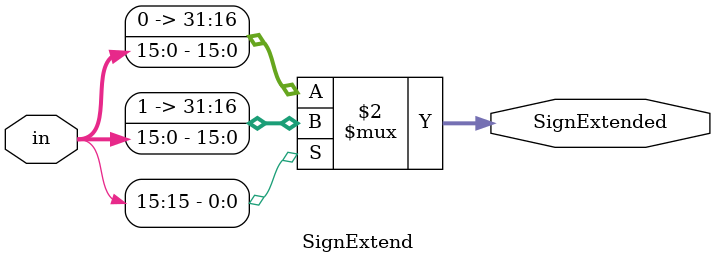
<source format=v>
`timescale 1ns / 1ns
module SignExtend(in, SignExtended);
    output [31:0] SignExtended;
    input [15:0] in;
    assign SignExtended = (in[15] == 1'b0) ? {16'b0, in} : {16'b1111111111111111, in};
endmodule // SignExtend

</source>
